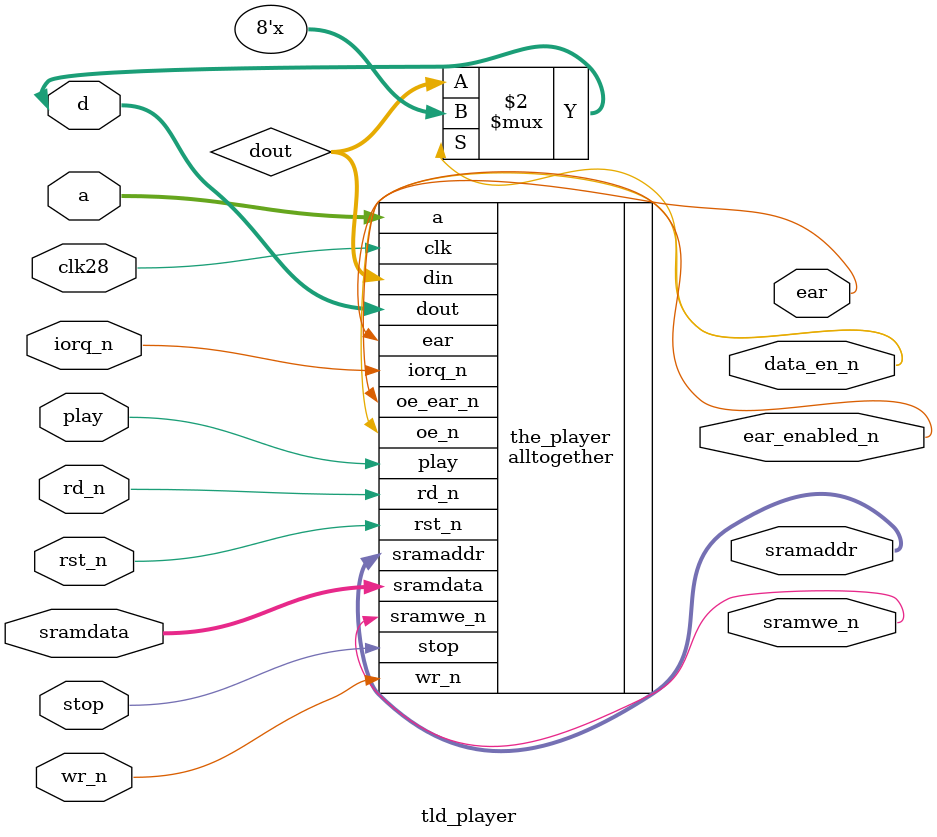
<source format=v>
`timescale 1ns / 1ps
`default_nettype none

module tld_player (
    input wire clk28,
    input wire rst_n,
    input wire [15:0] a,
    inout wire [7:0] d,
    input wire iorq_n,
    input wire rd_n,
    input wire wr_n,
    output wire data_en_n,
    //------------------
    input wire play,
    input wire stop,
    output wire ear,
    output wire ear_enabled_n,
    //------------------
    output wire [20:0] sramaddr,
    inout wire [7:0] sramdata,
    output wire sramwe_n
    );
    
    wire [7:0] dout;
    assign d = (data_en_n==1'b0)? dout : 8'hZZ;
    
    alltogether the_player (
        // clock and control
        .clk(clk28),
        .rst_n(rst_n),
        // CPU interface
        .a(a),
        .din(dout),  // from device to CPU
        .dout(d),  // from CPU to device
        .oe_n(data_en_n),
        .iorq_n(iorq_n),
        .rd_n(rd_n),
        .wr_n(wr_n),
        // PZX file player interface
        .play(play),
        .stop(stop),
        .ear(ear),
        .oe_ear_n(ear_enabled_n),
        // SRAM interface
        .sramaddr(sramaddr),
        .sramdata(sramdata),
        .sramwe_n(sramwe_n)
    );
endmodule

</source>
